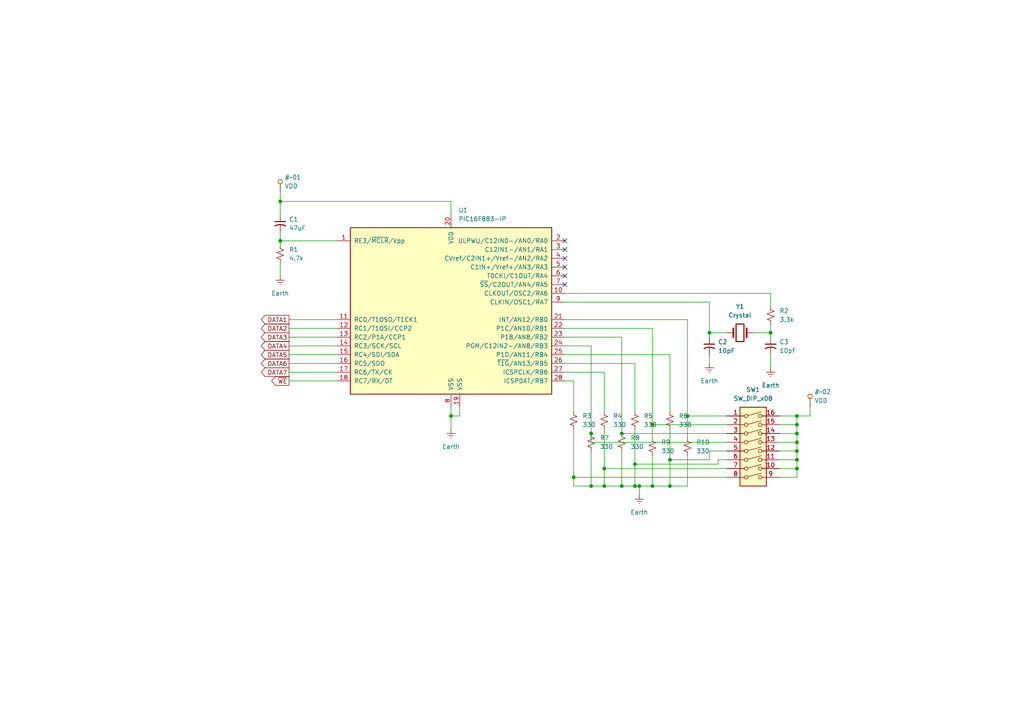
<source format=kicad_sch>
(kicad_sch (version 20250114) (generator "eeschema") (generator_version "9.0")
  (paper "A4")
  (lib_symbols
    (symbol "1New_symbol_Library_Payden_8_0_7:VDD" (power) (in_bom no) (on_board no)
      (property "Reference" "~" (at -1.27 4.064 0))
      (property "Value" "VDD" (at 0 2.286 0))
      (symbol "VDD_1_1"
        (circle (center 0 0.635) (radius 0.635) (fill (type background)))
        (pin power_in line (at 0 -2.54 90) (length 2.54) (name "") (number ""))
      )
    )
    (symbol "Device:C_Small_US" (pin_numbers (hide yes)) (pin_names (offset 0.254) (hide yes))
      (property "Reference" "C" (at 0.254 1.778 0))
      (property "Value" "C_Small_US" (at 0.254 -2.032 0))
      (symbol "C_Small_US_0_1"
        (polyline (pts (xy -1.524 0.508) (xy 1.524 0.508)) (stroke (width 0.3048)))
        (arc (start -1.524 -0.762) (mid 0 -0.3734) (end 1.524 -0.762) (stroke (width 0.3048)))
      )
      (symbol "C_Small_US_1_1"
        (pin passive line (at 0 2.54 270) (length 2.032) (name "~") (number "1"))
        (pin passive line (at 0 -2.54 90) (length 2.032) (name "~") (number "2"))
      )
    )
    (symbol "Device:Crystal" (pin_numbers (hide yes)) (pin_names (offset 1.016) (hide yes))
      (property "Reference" "Y" (at 0 3.81 0))
      (property "Value" "Crystal" (at 0 -3.81 0))
      (symbol "Crystal_0_1"
        (polyline (pts (xy -2.54 0) (xy -1.905 0)))
        (polyline (pts (xy -1.905 -1.27) (xy -1.905 1.27)) (stroke (width 0.508)))
        (rectangle (start -1.143 2.54) (end 1.143 -2.54) (stroke (width 0.3048)))
        (polyline (pts (xy 1.905 -1.27) (xy 1.905 1.27)) (stroke (width 0.508)))
        (polyline (pts (xy 2.54 0) (xy 1.905 0)))
      )
      (symbol "Crystal_1_1"
        (pin passive line (at -3.81 0 0) (length 1.27) (name "1") (number "1"))
        (pin passive line (at 3.81 0 180) (length 1.27) (name "2") (number "2"))
      )
    )
    (symbol "Device:R_Small_US" (pin_numbers (hide yes)) (pin_names (offset 0.254) (hide yes))
      (property "Reference" "R" (at 0.762 0.508 0))
      (property "Value" "R_Small_US" (at 0.762 -1.016 0))
      (symbol "R_Small_US_1_1"
        (polyline (pts (xy 0 1.524) (xy 1.016 1.143) (xy 0 0.762) (xy -1.016 0.381) (xy 0 0)))
        (polyline (pts (xy 0 0) (xy 1.016 -0.381) (xy 0 -0.762) (xy -1.016 -1.143) (xy 0 -1.524)))
        (pin passive line (at 0 2.54 270) (length 1.016) (name "~") (number "1"))
        (pin passive line (at 0 -2.54 90) (length 1.016) (name "~") (number "2"))
      )
    )
    (symbol "MCU_Microchip_PIC16:PIC16F883-IP" (pin_names (offset 1.016))
      (property "Reference" "U" (at 13.97 27.94 0))
      (property "Value" "PIC16F883-IP" (at 13.97 25.4 0))
      (symbol "PIC16F883-IP_0_1"
        (rectangle (start -29.21 24.13) (end 29.21 -24.13) (stroke (width 0.254)) (fill (type background)))
      )
      (symbol "PIC16F883-IP_1_1"
        (pin bidirectional line (at -33.02 20.32 0) (length 3.81) (name "RE3/~{MCLR}/Vpp") (number "1"))
        (pin bidirectional line (at -33.02 -2.54 0) (length 3.81) (name "RC0/T1OSO/T1CK1") (number "11"))
        (pin bidirectional line (at -33.02 -5.08 0) (length 3.81) (name "RC1/T1OSI/CCP2") (number "12"))
        (pin bidirectional line (at -33.02 -7.62 0) (length 3.81) (name "RC2/P1A/CCP1") (number "13"))
        (pin bidirectional line (at -33.02 -10.16 0) (length 3.81) (name "RC3/SCK/SCL") (number "14"))
        (pin bidirectional line (at -33.02 -12.7 0) (length 3.81) (name "RC4/SDI/SDA") (number "15"))
        (pin bidirectional line (at -33.02 -15.24 0) (length 3.81) (name "RC5/SDO") (number "16"))
        (pin bidirectional line (at -33.02 -17.78 0) (length 3.81) (name "RC6/TX/CK") (number "17"))
        (pin bidirectional line (at -33.02 -20.32 0) (length 3.81) (name "RC7/RX/DT") (number "18"))
        (pin power_in line (at 0 27.94 270) (length 3.81) (name "VDD") (number "20"))
        (pin power_in line (at 0 -27.94 90) (length 3.81) (name "VSS") (number "8"))
        (pin power_in line (at 2.54 -27.94 90) (length 3.81) (name "VSS") (number "19"))
        (pin bidirectional line (at 33.02 20.32 180) (length 3.81) (name "ULPWU/C12IN0-/AN0/RA0") (number "2"))
        (pin bidirectional line (at 33.02 17.78 180) (length 3.81) (name "C12IN1-/AN1/RA1") (number "3"))
        (pin bidirectional line (at 33.02 15.24 180) (length 3.81) (name "CVref/C2IN1+/Vref-/AN2/RA2") (number "4"))
        (pin bidirectional line (at 33.02 12.7 180) (length 3.81) (name "C1IN+/Vref+/AN3/RA3") (number "5"))
        (pin bidirectional line (at 33.02 10.16 180) (length 3.81) (name "T0CKI/C1OUT/RA4") (number "6"))
        (pin bidirectional line (at 33.02 7.62 180) (length 3.81) (name "~{SS}/C2OUT/AN4/RA5") (number "7"))
        (pin bidirectional line (at 33.02 5.08 180) (length 3.81) (name "CLKOUT/OSC2/RA6") (number "10"))
        (pin input line (at 33.02 2.54 180) (length 3.81) (name "CLKIN/OSC1/RA7") (number "9"))
        (pin bidirectional line (at 33.02 -2.54 180) (length 3.81) (name "INT/AN12/RB0") (number "21"))
        (pin bidirectional line (at 33.02 -5.08 180) (length 3.81) (name "P1C/AN10/RB1") (number "22"))
        (pin bidirectional line (at 33.02 -7.62 180) (length 3.81) (name "P1B/AN8/RB2") (number "23"))
        (pin bidirectional line (at 33.02 -10.16 180) (length 3.81) (name "PGM/C12IN2-/AN8/RB3") (number "24"))
        (pin bidirectional line (at 33.02 -12.7 180) (length 3.81) (name "P1D/AN11/RB4") (number "25"))
        (pin bidirectional line (at 33.02 -15.24 180) (length 3.81) (name "~{T1G}/AN13/RB5") (number "26"))
        (pin bidirectional line (at 33.02 -17.78 180) (length 3.81) (name "ICSPCLK/RB6") (number "27"))
        (pin bidirectional line (at 33.02 -20.32 180) (length 3.81) (name "ICSPDAT/RB7") (number "28"))
      )
    )
    (symbol "Switch:SW_DIP_x08" (pin_names (offset 0) (hide yes))
      (property "Reference" "SW" (at 0 13.97 0))
      (property "Value" "SW_DIP_x08" (at 0 -11.43 0))
      (symbol "SW_DIP_x08_0_0"
        (circle (center -2.032 10.16) (radius 0.508))
        (circle (center -2.032 7.62) (radius 0.508))
        (circle (center -2.032 5.08) (radius 0.508))
        (circle (center -2.032 2.54) (radius 0.508))
        (circle (center -2.032 0) (radius 0.508))
        (circle (center -2.032 -2.54) (radius 0.508))
        (circle (center -2.032 -5.08) (radius 0.508))
        (circle (center -2.032 -7.62) (radius 0.508))
        (polyline (pts (xy -1.524 10.287) (xy 2.3622 11.3284)))
        (polyline (pts (xy -1.524 7.747) (xy 2.3622 8.7884)))
        (polyline (pts (xy -1.524 5.207) (xy 2.3622 6.2484)))
        (polyline (pts (xy -1.524 2.667) (xy 2.3622 3.7084)))
        (polyline (pts (xy -1.524 0.127) (xy 2.3622 1.1684)))
        (polyline (pts (xy -1.524 -2.3876) (xy 2.3622 -1.3462)))
        (polyline (pts (xy -1.524 -4.9276) (xy 2.3622 -3.8862)))
        (polyline (pts (xy -1.524 -7.4676) (xy 2.3622 -6.4262)))
        (circle (center 2.032 10.16) (radius 0.508))
        (circle (center 2.032 7.62) (radius 0.508))
        (circle (center 2.032 5.08) (radius 0.508))
        (circle (center 2.032 2.54) (radius 0.508))
        (circle (center 2.032 0) (radius 0.508))
        (circle (center 2.032 -2.54) (radius 0.508))
        (circle (center 2.032 -5.08) (radius 0.508))
        (circle (center 2.032 -7.62) (radius 0.508))
      )
      (symbol "SW_DIP_x08_0_1"
        (rectangle (start -3.81 12.7) (end 3.81 -10.16) (stroke (width 0.254)) (fill (type background)))
      )
      (symbol "SW_DIP_x08_1_1"
        (pin passive line (at -7.62 10.16 0) (length 5.08) (name "~") (number "1"))
        (pin passive line (at -7.62 7.62 0) (length 5.08) (name "~") (number "2"))
        (pin passive line (at -7.62 5.08 0) (length 5.08) (name "~") (number "3"))
        (pin passive line (at -7.62 2.54 0) (length 5.08) (name "~") (number "4"))
        (pin passive line (at -7.62 0 0) (length 5.08) (name "~") (number "5"))
        (pin passive line (at -7.62 -2.54 0) (length 5.08) (name "~") (number "6"))
        (pin passive line (at -7.62 -5.08 0) (length 5.08) (name "~") (number "7"))
        (pin passive line (at -7.62 -7.62 0) (length 5.08) (name "~") (number "8"))
        (pin passive line (at 7.62 10.16 180) (length 5.08) (name "~") (number "16"))
        (pin passive line (at 7.62 7.62 180) (length 5.08) (name "~") (number "15"))
        (pin passive line (at 7.62 5.08 180) (length 5.08) (name "~") (number "14"))
        (pin passive line (at 7.62 2.54 180) (length 5.08) (name "~") (number "13"))
        (pin passive line (at 7.62 0 180) (length 5.08) (name "~") (number "12"))
        (pin passive line (at 7.62 -2.54 180) (length 5.08) (name "~") (number "11"))
        (pin passive line (at 7.62 -5.08 180) (length 5.08) (name "~") (number "10"))
        (pin passive line (at 7.62 -7.62 180) (length 5.08) (name "~") (number "9"))
      )
    )
    (symbol "power:Earth" (power) (pin_numbers (hide yes)) (pin_names (offset 0) (hide yes))
      (property "Value" "Earth" (at 0 -3.81 0))
      (symbol "Earth_0_1"
        (polyline (pts (xy -0.635 -1.905) (xy 0.635 -1.905)))
        (polyline (pts (xy -0.127 -2.54) (xy 0.127 -2.54)))
        (polyline (pts (xy 0 -1.27) (xy 0 0)))
        (polyline (pts (xy 1.27 -1.27) (xy -1.27 -1.27)))
      )
      (symbol "Earth_1_1"
        (pin power_in line (at 0 0 270) (length 0) (name "~") (number "1"))
      )
    )
  )
  (junction (at 231.14 130.81))
  (junction (at 184.15 134.62))
  (junction (at 166.37 138.43))
  (junction (at 231.14 120.65))
  (junction (at 171.45 140.97))
  (junction (at 223.52 96.52))
  (junction (at 171.45 125.73))
  (junction (at 180.34 125.73))
  (junction (at 231.14 125.73))
  (junction (at 189.23 123.19))
  (junction (at 205.74 96.52))
  (junction (at 175.26 140.97))
  (junction (at 184.15 140.97))
  (junction (at 194.31 133.35))
  (junction (at 231.14 123.19))
  (junction (at 189.23 140.97))
  (junction (at 81.28 58.42))
  (junction (at 185.42 140.97))
  (junction (at 175.26 135.89))
  (junction (at 180.34 140.97))
  (junction (at 231.14 135.89))
  (junction (at 231.14 133.35))
  (junction (at 194.31 140.97))
  (junction (at 231.14 128.27))
  (junction (at 199.39 120.65))
  (junction (at 81.28 69.85))
  (junction (at 130.81 120.65))
  (no_connect (at 163.83 69.85))
  (no_connect (at 163.83 82.55))
  (no_connect (at 163.83 80.01))
  (no_connect (at 163.83 72.39))
  (no_connect (at 163.83 77.47))
  (no_connect (at 163.83 74.93))
  (wire (pts (xy 83.82 95.25) (xy 97.79 95.25)))
  (wire (pts (xy 234.95 120.65) (xy 234.95 118.11)))
  (wire (pts (xy 83.82 97.79) (xy 97.79 97.79)))
  (wire (pts (xy 83.82 102.87) (xy 97.79 102.87)))
  (wire (pts (xy 180.34 140.97) (xy 184.15 140.97)))
  (wire (pts (xy 130.81 62.23) (xy 130.81 58.42)))
  (wire (pts (xy 171.45 125.73) (xy 171.45 128.27)))
  (wire (pts (xy 81.28 69.85) (xy 97.79 69.85)))
  (wire (pts (xy 163.83 102.87) (xy 194.31 102.87)))
  (wire (pts (xy 166.37 138.43) (xy 166.37 140.97)))
  (wire (pts (xy 163.83 87.63) (xy 205.74 87.63)))
  (wire (pts (xy 194.31 140.97) (xy 189.23 140.97)))
  (wire (pts (xy 166.37 140.97) (xy 171.45 140.97)))
  (wire (pts (xy 184.15 105.41) (xy 184.15 119.38)))
  (wire (pts (xy 231.14 135.89) (xy 231.14 138.43)))
  (wire (pts (xy 166.37 124.46) (xy 166.37 138.43)))
  (wire (pts (xy 83.82 100.33) (xy 97.79 100.33)))
  (wire (pts (xy 189.23 132.08) (xy 189.23 140.97)))
  (wire (pts (xy 163.83 92.71) (xy 199.39 92.71)))
  (wire (pts (xy 210.82 128.27) (xy 171.45 128.27)))
  (wire (pts (xy 223.52 85.09) (xy 223.52 88.9)))
  (wire (pts (xy 231.14 128.27) (xy 231.14 130.81)))
  (wire (pts (xy 184.15 124.46) (xy 184.15 134.62)))
  (wire (pts (xy 81.28 76.2) (xy 81.28 80.01)))
  (wire (pts (xy 185.42 140.97) (xy 185.42 143.51)))
  (wire (pts (xy 194.31 133.35) (xy 194.31 140.97)))
  (wire (pts (xy 208.28 133.35) (xy 208.28 134.62)))
  (wire (pts (xy 175.26 140.97) (xy 180.34 140.97)))
  (wire (pts (xy 205.74 96.52) (xy 210.82 96.52)))
  (wire (pts (xy 210.82 130.81) (xy 205.74 130.81)))
  (wire (pts (xy 189.23 123.19) (xy 210.82 123.19)))
  (wire (pts (xy 189.23 95.25) (xy 189.23 123.19)))
  (wire (pts (xy 223.52 96.52) (xy 223.52 97.79)))
  (wire (pts (xy 163.83 95.25) (xy 189.23 95.25)))
  (wire (pts (xy 189.23 123.19) (xy 189.23 127)))
  (wire (pts (xy 199.39 92.71) (xy 199.39 120.65)))
  (wire (pts (xy 226.06 138.43) (xy 231.14 138.43)))
  (wire (pts (xy 83.82 110.49) (xy 97.79 110.49)))
  (wire (pts (xy 171.45 140.97) (xy 175.26 140.97)))
  (wire (pts (xy 208.28 134.62) (xy 184.15 134.62)))
  (wire (pts (xy 226.06 130.81) (xy 231.14 130.81)))
  (wire (pts (xy 205.74 102.87) (xy 205.74 105.41)))
  (wire (pts (xy 199.39 120.65) (xy 199.39 127)))
  (wire (pts (xy 226.06 120.65) (xy 231.14 120.65)))
  (wire (pts (xy 218.44 96.52) (xy 223.52 96.52)))
  (wire (pts (xy 171.45 130.81) (xy 171.45 140.97)))
  (wire (pts (xy 83.82 105.41) (xy 97.79 105.41)))
  (wire (pts (xy 205.74 130.81) (xy 205.74 133.35)))
  (wire (pts (xy 166.37 110.49) (xy 166.37 119.38)))
  (wire (pts (xy 199.39 140.97) (xy 194.31 140.97)))
  (wire (pts (xy 81.28 55.88) (xy 81.28 58.42)))
  (wire (pts (xy 81.28 69.85) (xy 81.28 71.12)))
  (wire (pts (xy 189.23 140.97) (xy 185.42 140.97)))
  (wire (pts (xy 199.39 132.08) (xy 199.39 140.97)))
  (wire (pts (xy 194.31 102.87) (xy 194.31 119.38)))
  (wire (pts (xy 163.83 97.79) (xy 180.34 97.79)))
  (wire (pts (xy 81.28 67.31) (xy 81.28 69.85)))
  (wire (pts (xy 130.81 118.11) (xy 130.81 120.65)))
  (wire (pts (xy 163.83 110.49) (xy 166.37 110.49)))
  (wire (pts (xy 210.82 125.73) (xy 180.34 125.73)))
  (wire (pts (xy 226.06 135.89) (xy 231.14 135.89)))
  (wire (pts (xy 231.14 130.81) (xy 231.14 133.35)))
  (wire (pts (xy 166.37 138.43) (xy 210.82 138.43)))
  (wire (pts (xy 210.82 135.89) (xy 175.26 135.89)))
  (wire (pts (xy 81.28 58.42) (xy 81.28 62.23)))
  (wire (pts (xy 184.15 134.62) (xy 184.15 140.97)))
  (wire (pts (xy 163.83 100.33) (xy 171.45 100.33)))
  (wire (pts (xy 184.15 140.97) (xy 185.42 140.97)))
  (wire (pts (xy 130.81 120.65) (xy 130.81 124.46)))
  (wire (pts (xy 205.74 87.63) (xy 205.74 96.52)))
  (wire (pts (xy 163.83 105.41) (xy 184.15 105.41)))
  (wire (pts (xy 175.26 135.89) (xy 175.26 140.97)))
  (wire (pts (xy 171.45 100.33) (xy 171.45 125.73)))
  (wire (pts (xy 205.74 133.35) (xy 194.31 133.35)))
  (wire (pts (xy 226.06 133.35) (xy 231.14 133.35)))
  (wire (pts (xy 223.52 93.98) (xy 223.52 96.52)))
  (wire (pts (xy 205.74 96.52) (xy 205.74 97.79)))
  (wire (pts (xy 83.82 92.71) (xy 97.79 92.71)))
  (wire (pts (xy 180.34 130.81) (xy 180.34 140.97)))
  (wire (pts (xy 83.82 107.95) (xy 97.79 107.95)))
  (wire (pts (xy 130.81 120.65) (xy 133.35 120.65)))
  (wire (pts (xy 231.14 120.65) (xy 231.14 123.19)))
  (wire (pts (xy 231.14 133.35) (xy 231.14 135.89)))
  (wire (pts (xy 175.26 124.46) (xy 175.26 135.89)))
  (wire (pts (xy 226.06 125.73) (xy 231.14 125.73)))
  (wire (pts (xy 210.82 133.35) (xy 208.28 133.35)))
  (wire (pts (xy 194.31 124.46) (xy 194.31 133.35)))
  (wire (pts (xy 163.83 85.09) (xy 223.52 85.09)))
  (wire (pts (xy 223.52 102.87) (xy 223.52 106.68)))
  (wire (pts (xy 133.35 118.11) (xy 133.35 120.65)))
  (wire (pts (xy 175.26 107.95) (xy 175.26 119.38)))
  (wire (pts (xy 226.06 123.19) (xy 231.14 123.19)))
  (wire (pts (xy 81.28 58.42) (xy 130.81 58.42)))
  (wire (pts (xy 163.83 107.95) (xy 175.26 107.95)))
  (wire (pts (xy 226.06 128.27) (xy 231.14 128.27)))
  (wire (pts (xy 231.14 125.73) (xy 231.14 128.27)))
  (wire (pts (xy 231.14 123.19) (xy 231.14 125.73)))
  (wire (pts (xy 231.14 120.65) (xy 234.95 120.65)))
  (wire (pts (xy 199.39 120.65) (xy 210.82 120.65)))
  (wire (pts (xy 180.34 97.79) (xy 180.34 125.73)))
  (global_label "DATA7" (shape output) (at 83.82 107.95 180) (property "Intersheetrefs" "${INTERSHEET_REFS}" (effects (hide yes))))
  (global_label "DATA2" (shape output) (at 83.82 95.25 180) (property "Intersheetrefs" "${INTERSHEET_REFS}" (effects (hide yes))))
  (global_label "~{WE}" (shape output) (at 83.82 110.49 180) (property "Intersheetrefs" "${INTERSHEET_REFS}" (effects (hide yes))))
  (global_label "DATA4" (shape output) (at 83.82 100.33 180) (property "Intersheetrefs" "${INTERSHEET_REFS}" (effects (hide yes))))
  (global_label "DATA5" (shape output) (at 83.82 102.87 180) (property "Intersheetrefs" "${INTERSHEET_REFS}" (effects (hide yes))))
  (global_label "DATA3" (shape output) (at 83.82 97.79 180) (property "Intersheetrefs" "${INTERSHEET_REFS}" (effects (hide yes))))
  (global_label "DATA6" (shape output) (at 83.82 105.41 180) (property "Intersheetrefs" "${INTERSHEET_REFS}" (effects (hide yes))))
  (global_label "DATA1" (shape output) (at 83.82 92.71 180) (property "Intersheetrefs" "${INTERSHEET_REFS}" (effects (hide yes))))
  (symbol (lib_id "Device:C_Small_US") (at 223.52 100.33 0) (unit 1)
    (property "Reference" "C3" (at 226.06 99.1869 0) (effects (justify left)))
    (property "Value" "10pF" (at 226.06 101.7269 0) (effects (justify left)))
    (property "Description" "capacitor, small US symbol" (effects (hide yes)))
  )
  (symbol (lib_id "Device:Crystal") (at 214.63 96.52 0) (unit 1)
    (property "Reference" "Y1" (at 214.63 88.9 0))
    (property "Value" "Crystal" (at 214.63 91.44 0))
    (property "Description" "Two pin crystal" (effects (hide yes)))
  )
  (symbol (lib_id "Device:C_Small_US") (at 81.28 64.77 0) (unit 1)
    (property "Reference" "C1" (at 83.82 63.6269 0) (effects (justify left)))
    (property "Value" "47uF" (at 83.82 66.1669 0) (effects (justify left)))
    (property "Description" "capacitor, small US symbol" (effects (hide yes)))
  )
  (symbol (lib_id "Device:R_Small_US") (at 171.45 128.27 0) (unit 1)
    (property "Reference" "R7" (at 173.99 126.9999 0) (effects (justify left)))
    (property "Value" "330" (at 173.99 129.5399 0) (effects (justify left)))
    (property "Description" "Resistor, small US symbol" (effects (hide yes)))
  )
  (symbol (lib_id "power:Earth") (at 205.74 105.41 0) (unit 1)
    (property "Reference" "#PWR03" (effects (hide yes)))
    (property "Value" "Earth" (at 205.74 110.49 0))
    (property "Description" "Power symbol creates a global label with name \"Earth\"" (effects (hide yes)))
  )
  (symbol (lib_id "power:Earth") (at 185.42 143.51 0) (unit 1)
    (property "Reference" "#PWR05" (effects (hide yes)))
    (property "Value" "Earth" (at 185.42 148.59 0))
    (property "Description" "Power symbol creates a global label with name \"Earth\"" (effects (hide yes)))
  )
  (symbol (lib_id "power:Earth") (at 223.52 106.68 0) (unit 1)
    (property "Reference" "#PWR04" (effects (hide yes)))
    (property "Value" "Earth" (at 223.52 111.76 0))
    (property "Description" "Power symbol creates a global label with name \"Earth\"" (effects (hide yes)))
  )
  (symbol (lib_id "Device:R_Small_US") (at 223.52 91.44 0) (unit 1)
    (property "Reference" "R2" (at 226.06 90.1699 0) (effects (justify left)))
    (property "Value" "3.3k" (at 226.06 92.7099 0) (effects (justify left)))
    (property "Description" "Resistor, small US symbol" (effects (hide yes)))
  )
  (symbol (lib_id "Device:R_Small_US") (at 184.15 121.92 0) (unit 1)
    (property "Reference" "R5" (at 186.69 120.6499 0) (effects (justify left)))
    (property "Value" "330" (at 186.69 123.1899 0) (effects (justify left)))
    (property "Description" "Resistor, small US symbol" (effects (hide yes)))
  )
  (symbol (lib_id "MCU_Microchip_PIC16:PIC16F883-IP") (at 130.81 90.17 0) (unit 1)
    (property "Reference" "U1" (at 132.9533 60.96 0) (effects (justify left)))
    (property "Value" "PIC16F883-IP" (at 132.9533 63.5 0) (effects (justify left)))
    (property "Datasheet" "http://ww1.microchip.com/downloads/en/DeviceDoc/41291D.pdf" (effects (hide yes)))
    (property "Description" "4K Flash, 256B SRAM, 256B EEPROM, XLP, DIP28" (effects (hide yes)))
  )
  (symbol (lib_id "Device:R_Small_US") (at 166.37 121.92 0) (unit 1)
    (property "Reference" "R3" (at 168.91 120.6499 0) (effects (justify left)))
    (property "Value" "330" (at 168.91 123.1899 0) (effects (justify left)))
    (property "Description" "Resistor, small US symbol" (effects (hide yes)))
  )
  (symbol (lib_id "Device:R_Small_US") (at 175.26 121.92 0) (unit 1)
    (property "Reference" "R4" (at 177.8 120.6499 0) (effects (justify left)))
    (property "Value" "330" (at 177.8 123.1899 0) (effects (justify left)))
    (property "Description" "Resistor, small US symbol" (effects (hide yes)))
  )
  (symbol (lib_id "Device:R_Small_US") (at 199.39 129.54 0) (unit 1)
    (property "Reference" "R10" (at 201.93 128.2699 0) (effects (justify left)))
    (property "Value" "330" (at 201.93 130.8099 0) (effects (justify left)))
    (property "Description" "Resistor, small US symbol" (effects (hide yes)))
  )
  (symbol (lib_id "1New_symbol_Library_Payden_8_0_7:VDD") (at 81.28 53.34 0) (unit 1) (in_bom no) (on_board no)
    (property "Reference" "~01" (at 82.55 51.4349 0) (effects (justify left)))
    (property "Value" "VDD" (at 82.55 53.9749 0) (effects (justify left)))
  )
  (symbol (lib_id "power:Earth") (at 130.81 124.46 0) (unit 1)
    (property "Reference" "#PWR02" (effects (hide yes)))
    (property "Value" "Earth" (at 130.81 129.54 0))
    (property "Description" "Power symbol creates a global label with name \"Earth\"" (effects (hide yes)))
  )
  (symbol (lib_id "Switch:SW_DIP_x08") (at 218.44 130.81 0) (unit 1)
    (property "Reference" "SW1" (at 218.44 113.03 0))
    (property "Value" "SW_DIP_x08" (at 218.44 115.57 0))
    (property "Description" "8x DIP Switch, Single Pole Single Throw (SPST) switch, small symbol" (effects (hide yes)))
  )
  (symbol (lib_id "Device:R_Small_US") (at 180.34 128.27 0) (unit 1)
    (property "Reference" "R8" (at 182.88 126.9999 0) (effects (justify left)))
    (property "Value" "330" (at 182.88 129.5399 0) (effects (justify left)))
    (property "Description" "Resistor, small US symbol" (effects (hide yes)))
  )
  (symbol (lib_id "Device:C_Small_US") (at 205.74 100.33 0) (unit 1)
    (property "Reference" "C2" (at 208.28 99.1869 0) (effects (justify left)))
    (property "Value" "10pF" (at 208.28 101.7269 0) (effects (justify left)))
    (property "Description" "capacitor, small US symbol" (effects (hide yes)))
  )
  (symbol (lib_id "Device:R_Small_US") (at 81.28 73.66 0) (unit 1)
    (property "Reference" "R1" (at 83.82 72.3899 0) (effects (justify left)))
    (property "Value" "4.7k" (at 83.82 74.9299 0) (effects (justify left)))
    (property "Description" "Resistor, small US symbol" (effects (hide yes)))
  )
  (symbol (lib_id "Device:R_Small_US") (at 189.23 129.54 0) (unit 1)
    (property "Reference" "R9" (at 191.77 128.2699 0) (effects (justify left)))
    (property "Value" "330" (at 191.77 130.8099 0) (effects (justify left)))
    (property "Description" "Resistor, small US symbol" (effects (hide yes)))
  )
  (symbol (lib_id "1New_symbol_Library_Payden_8_0_7:VDD") (at 234.95 115.57 0) (unit 1) (in_bom no) (on_board no)
    (property "Reference" "~02" (at 236.22 113.6649 0) (effects (justify left)))
    (property "Value" "VDD" (at 236.22 116.2049 0) (effects (justify left)))
  )
  (symbol (lib_id "Device:R_Small_US") (at 194.31 121.92 0) (unit 1)
    (property "Reference" "R6" (at 196.85 120.6499 0) (effects (justify left)))
    (property "Value" "330" (at 196.85 123.1899 0) (effects (justify left)))
    (property "Description" "Resistor, small US symbol" (effects (hide yes)))
  )
  (symbol (lib_id "power:Earth") (at 81.28 80.01 0) (unit 1)
    (property "Reference" "#PWR01" (effects (hide yes)))
    (property "Value" "Earth" (at 81.28 85.09 0))
    (property "Description" "Power symbol creates a global label with name \"Earth\"" (effects (hide yes)))
  )
)
</source>
